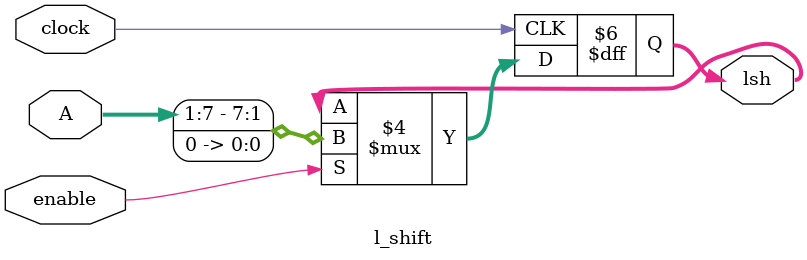
<source format=v>
module l_shift #(
    parameter inputsize = 8
)(A, enable, clock, lsh);

input clock;
input [0:inputsize - 1] A;
input enable;
output reg [0:inputsize - 1] lsh;

always @ (posedge clock) begin

    if (enable) begin
        lsh = A;        //still have issues when deciding if using sinchronous or
        lsh = lsh << 1; //asinchronous statements
    end

end

endmodule
</source>
